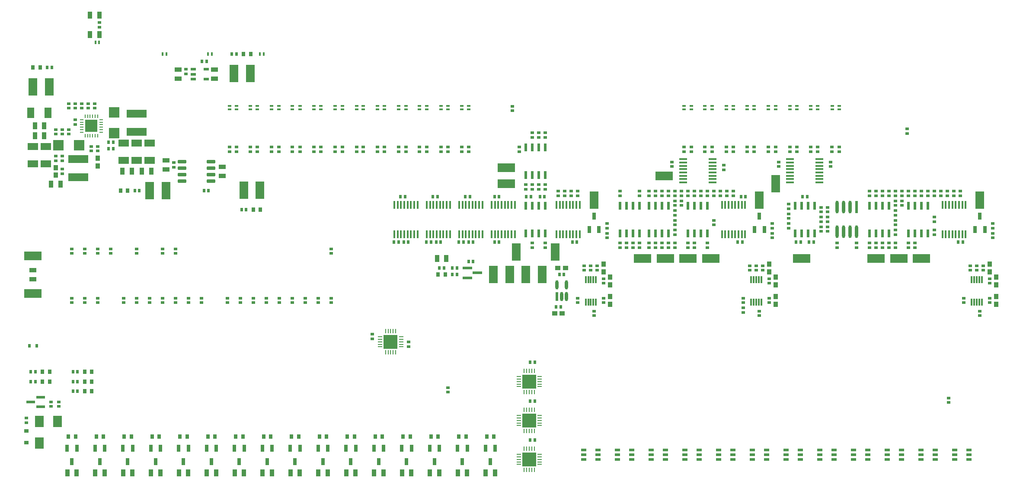
<source format=gtp>
G04*
G04 #@! TF.GenerationSoftware,Altium Limited,Altium Designer,22.10.1 (41)*
G04*
G04 Layer_Color=8421504*
%FSLAX25Y25*%
%MOIN*%
G70*
G04*
G04 #@! TF.SameCoordinates,B22AEA06-AE45-4BA8-881C-222E2ACC086B*
G04*
G04*
G04 #@! TF.FilePolarity,Positive*
G04*
G01*
G75*
%ADD21R,0.02559X0.02165*%
%ADD22R,0.02165X0.02559*%
%ADD23R,0.02362X0.03150*%
%ADD24R,0.02362X0.06102*%
%ADD25R,0.13386X0.07087*%
%ADD26R,0.07087X0.13386*%
%ADD27R,0.05315X0.03543*%
%ADD28R,0.02756X0.01575*%
%ADD29R,0.01575X0.02756*%
%ADD30R,0.03543X0.05315*%
%ADD31R,0.08268X0.05315*%
%ADD32R,0.03740X0.03937*%
%ADD33R,0.07874X0.07874*%
%ADD34R,0.03150X0.05512*%
%ADD35R,0.03268X0.02756*%
%ADD36R,0.15748X0.05906*%
%ADD37R,0.06693X0.08858*%
%ADD38R,0.02953X0.03543*%
%ADD39R,0.04331X0.02362*%
%ADD40R,0.00984X0.02756*%
%ADD41R,0.02756X0.00984*%
%ADD42R,0.09646X0.09646*%
%ADD43R,0.02410X0.07107*%
G04:AMPARAMS|DCode=44|XSize=71.07mil|YSize=24.1mil|CornerRadius=12.05mil|HoleSize=0mil|Usage=FLASHONLY|Rotation=90.000|XOffset=0mil|YOffset=0mil|HoleType=Round|Shape=RoundedRectangle|*
%AMROUNDEDRECTD44*
21,1,0.07107,0.00000,0,0,90.0*
21,1,0.04697,0.02410,0,0,90.0*
1,1,0.02410,0.00000,0.02349*
1,1,0.02410,0.00000,-0.02349*
1,1,0.02410,0.00000,-0.02349*
1,1,0.02410,0.00000,0.02349*
%
%ADD44ROUNDEDRECTD44*%
%ADD45R,0.07480X0.02362*%
G04:AMPARAMS|DCode=46|XSize=25.59mil|YSize=64.96mil|CornerRadius=1.92mil|HoleSize=0mil|Usage=FLASHONLY|Rotation=270.000|XOffset=0mil|YOffset=0mil|HoleType=Round|Shape=RoundedRectangle|*
%AMROUNDEDRECTD46*
21,1,0.02559,0.06112,0,0,270.0*
21,1,0.02175,0.06496,0,0,270.0*
1,1,0.00384,-0.03056,-0.01088*
1,1,0.00384,-0.03056,0.01088*
1,1,0.00384,0.03056,0.01088*
1,1,0.00384,0.03056,-0.01088*
%
%ADD46ROUNDEDRECTD46*%
%ADD47R,0.07087X0.02362*%
%ADD48O,0.03543X0.00984*%
%ADD49O,0.00984X0.03543*%
%ADD50R,0.11024X0.11024*%
G04:AMPARAMS|DCode=51|XSize=97.21mil|YSize=24.49mil|CornerRadius=12.25mil|HoleSize=0mil|Usage=FLASHONLY|Rotation=270.000|XOffset=0mil|YOffset=0mil|HoleType=Round|Shape=RoundedRectangle|*
%AMROUNDEDRECTD51*
21,1,0.09721,0.00000,0,0,270.0*
21,1,0.07272,0.02449,0,0,270.0*
1,1,0.02449,0.00000,-0.03636*
1,1,0.02449,0.00000,0.03636*
1,1,0.02449,0.00000,0.03636*
1,1,0.02449,0.00000,-0.03636*
%
%ADD51ROUNDEDRECTD51*%
%ADD52R,0.02449X0.09721*%
%ADD53R,0.01575X0.05906*%
%ADD54R,0.01181X0.05512*%
%ADD55R,0.11024X0.11024*%
%ADD56R,0.07874X0.07874*%
%ADD57R,0.05315X0.08268*%
%ADD58R,0.03937X0.03740*%
%ADD59R,0.05906X0.01575*%
D21*
X42500Y334250D02*
D03*
Y330750D02*
D03*
X405000Y320750D02*
D03*
Y324250D02*
D03*
X400000D02*
D03*
Y320750D02*
D03*
X395000D02*
D03*
Y324250D02*
D03*
Y284250D02*
D03*
Y280750D02*
D03*
X400000D02*
D03*
Y284250D02*
D03*
X405000Y280750D02*
D03*
Y284250D02*
D03*
X385000Y313250D02*
D03*
Y309750D02*
D03*
X390000Y284250D02*
D03*
Y280750D02*
D03*
X395000Y235750D02*
D03*
Y239250D02*
D03*
X405000D02*
D03*
Y235750D02*
D03*
X462500Y239250D02*
D03*
Y235750D02*
D03*
X472500Y239250D02*
D03*
Y235750D02*
D03*
X467500D02*
D03*
Y239250D02*
D03*
X330000Y127750D02*
D03*
Y124250D02*
D03*
X716000Y119750D02*
D03*
Y116250D02*
D03*
X684000Y327250D02*
D03*
Y323750D02*
D03*
X379500Y341250D02*
D03*
Y344750D02*
D03*
X90000Y231250D02*
D03*
Y234750D02*
D03*
X240000Y231250D02*
D03*
Y234750D02*
D03*
X631500Y313250D02*
D03*
Y309750D02*
D03*
X161500Y313250D02*
D03*
Y309750D02*
D03*
X167000Y313250D02*
D03*
Y309750D02*
D03*
X177500Y313250D02*
D03*
Y309750D02*
D03*
X183000Y313250D02*
D03*
Y309750D02*
D03*
X194000Y313250D02*
D03*
Y309750D02*
D03*
X199500Y313250D02*
D03*
Y309750D02*
D03*
X210000Y313250D02*
D03*
Y309750D02*
D03*
X216000Y313250D02*
D03*
Y309750D02*
D03*
X226500Y313250D02*
D03*
Y309750D02*
D03*
X232000Y313250D02*
D03*
Y309750D02*
D03*
X243000Y313250D02*
D03*
Y309750D02*
D03*
X248500Y313250D02*
D03*
Y309750D02*
D03*
X259500Y313250D02*
D03*
Y309750D02*
D03*
X264500Y313250D02*
D03*
Y309750D02*
D03*
X275500Y313250D02*
D03*
Y309750D02*
D03*
X281000Y313250D02*
D03*
Y309750D02*
D03*
X292000Y313250D02*
D03*
Y309750D02*
D03*
X297500Y313250D02*
D03*
Y309750D02*
D03*
X308000Y313250D02*
D03*
Y309750D02*
D03*
X313598Y313250D02*
D03*
Y309750D02*
D03*
X324500Y313250D02*
D03*
Y309750D02*
D03*
X330000Y313250D02*
D03*
Y309750D02*
D03*
X340500Y313250D02*
D03*
Y309750D02*
D03*
X346000Y313250D02*
D03*
Y309750D02*
D03*
X512000Y313250D02*
D03*
Y309750D02*
D03*
X517500Y313250D02*
D03*
Y309750D02*
D03*
X528000Y313250D02*
D03*
Y309750D02*
D03*
X533500Y313250D02*
D03*
Y309750D02*
D03*
X544500Y313250D02*
D03*
Y309750D02*
D03*
X550000Y313250D02*
D03*
Y309750D02*
D03*
X560500Y313250D02*
D03*
Y309750D02*
D03*
X566000Y313250D02*
D03*
Y309750D02*
D03*
X582500Y313250D02*
D03*
Y309750D02*
D03*
X599000Y313250D02*
D03*
Y309750D02*
D03*
X615000Y313250D02*
D03*
Y309750D02*
D03*
X577000Y313250D02*
D03*
Y309750D02*
D03*
X593500Y313250D02*
D03*
Y309750D02*
D03*
X609500Y313250D02*
D03*
Y309750D02*
D03*
X626000Y313250D02*
D03*
Y309750D02*
D03*
X485000Y239250D02*
D03*
Y235750D02*
D03*
X61043Y405750D02*
D03*
Y409250D02*
D03*
X445000Y221750D02*
D03*
Y218250D02*
D03*
X630000Y235750D02*
D03*
Y239250D02*
D03*
X645000Y235750D02*
D03*
Y239250D02*
D03*
X452500Y246750D02*
D03*
Y243250D02*
D03*
X440000Y221750D02*
D03*
Y218250D02*
D03*
X435000Y221750D02*
D03*
Y218250D02*
D03*
X452500Y250750D02*
D03*
Y254250D02*
D03*
X420000Y275750D02*
D03*
Y279250D02*
D03*
X415000Y275750D02*
D03*
Y279250D02*
D03*
X425000Y275750D02*
D03*
Y279250D02*
D03*
X430000D02*
D03*
Y275750D02*
D03*
X622500Y266750D02*
D03*
Y263250D02*
D03*
X617500Y266750D02*
D03*
Y263250D02*
D03*
Y259250D02*
D03*
Y255750D02*
D03*
Y251750D02*
D03*
Y248250D02*
D03*
X622500D02*
D03*
Y251750D02*
D03*
X592500Y254250D02*
D03*
Y250750D02*
D03*
Y258250D02*
D03*
Y261750D02*
D03*
X299665Y162915D02*
D03*
Y159415D02*
D03*
X271665Y168915D02*
D03*
Y165415D02*
D03*
X42500Y346750D02*
D03*
Y343250D02*
D03*
X47500Y346750D02*
D03*
Y343250D02*
D03*
X52500D02*
D03*
Y346750D02*
D03*
X32500Y306337D02*
D03*
Y302837D02*
D03*
X27500Y306337D02*
D03*
Y302837D02*
D03*
Y326750D02*
D03*
Y323250D02*
D03*
X32500D02*
D03*
Y326750D02*
D03*
Y292837D02*
D03*
Y296337D02*
D03*
X37500Y326750D02*
D03*
Y323250D02*
D03*
X60000Y310337D02*
D03*
Y313837D02*
D03*
X55000D02*
D03*
Y310337D02*
D03*
X57500Y346750D02*
D03*
Y343250D02*
D03*
X37500D02*
D03*
Y346750D02*
D03*
X118500Y297837D02*
D03*
Y301337D02*
D03*
X128000Y373250D02*
D03*
Y369750D02*
D03*
X40000Y193250D02*
D03*
Y196750D02*
D03*
Y231250D02*
D03*
Y234750D02*
D03*
X50000Y193250D02*
D03*
Y196750D02*
D03*
Y231250D02*
D03*
Y234750D02*
D03*
X60000Y231250D02*
D03*
Y234750D02*
D03*
X70000Y231250D02*
D03*
Y234750D02*
D03*
X5000Y104250D02*
D03*
Y100750D02*
D03*
X100000Y193250D02*
D03*
Y196750D02*
D03*
X110000Y193250D02*
D03*
Y196750D02*
D03*
Y231250D02*
D03*
Y234750D02*
D03*
X120000Y193250D02*
D03*
Y196750D02*
D03*
Y231250D02*
D03*
Y234750D02*
D03*
X130000Y193250D02*
D03*
Y196750D02*
D03*
X140000Y193250D02*
D03*
Y196750D02*
D03*
X160000Y193250D02*
D03*
Y196750D02*
D03*
X170000Y193250D02*
D03*
Y196750D02*
D03*
X180000Y193250D02*
D03*
Y196750D02*
D03*
X190000Y193250D02*
D03*
Y196750D02*
D03*
X200000Y193250D02*
D03*
Y196750D02*
D03*
X210000Y193250D02*
D03*
Y196750D02*
D03*
X220000Y193250D02*
D03*
Y196750D02*
D03*
X230000Y193250D02*
D03*
Y196750D02*
D03*
X240000Y193250D02*
D03*
Y196750D02*
D03*
X90000D02*
D03*
Y193250D02*
D03*
X80000Y196750D02*
D03*
Y193250D02*
D03*
X30000Y116750D02*
D03*
Y113250D02*
D03*
X60000Y193250D02*
D03*
Y196750D02*
D03*
X24000Y113250D02*
D03*
Y116750D02*
D03*
X542500Y295750D02*
D03*
Y299250D02*
D03*
X535000Y279250D02*
D03*
Y275750D02*
D03*
X505000D02*
D03*
Y279250D02*
D03*
Y253250D02*
D03*
Y256750D02*
D03*
X500000Y235750D02*
D03*
Y239250D02*
D03*
X505000Y235750D02*
D03*
Y239250D02*
D03*
Y268250D02*
D03*
Y271750D02*
D03*
Y260750D02*
D03*
Y264250D02*
D03*
X515000Y279250D02*
D03*
Y275750D02*
D03*
X510000Y279250D02*
D03*
Y275750D02*
D03*
X502500Y298250D02*
D03*
Y301750D02*
D03*
X495000Y239250D02*
D03*
Y235750D02*
D03*
X500000Y275750D02*
D03*
Y279250D02*
D03*
X477500D02*
D03*
Y275750D02*
D03*
X520000D02*
D03*
Y279250D02*
D03*
X490000Y239250D02*
D03*
Y235750D02*
D03*
X530000Y279250D02*
D03*
Y275750D02*
D03*
X525000D02*
D03*
Y279250D02*
D03*
X490000D02*
D03*
Y275750D02*
D03*
X495000D02*
D03*
Y279250D02*
D03*
X530000Y239250D02*
D03*
Y235750D02*
D03*
X485000Y275750D02*
D03*
Y279250D02*
D03*
X477500Y239250D02*
D03*
Y235750D02*
D03*
X580000Y243250D02*
D03*
Y246750D02*
D03*
Y254250D02*
D03*
Y250750D02*
D03*
X510000Y268250D02*
D03*
Y271750D02*
D03*
X505000Y249250D02*
D03*
Y245750D02*
D03*
X462500Y279250D02*
D03*
Y275750D02*
D03*
X515000Y239250D02*
D03*
Y235750D02*
D03*
X535000Y256750D02*
D03*
Y253250D02*
D03*
X562500Y218250D02*
D03*
Y221750D02*
D03*
X520000Y235750D02*
D03*
Y239250D02*
D03*
X567500Y218250D02*
D03*
Y221750D02*
D03*
X550000Y279250D02*
D03*
Y275750D02*
D03*
X545000Y279250D02*
D03*
Y275750D02*
D03*
X540000Y279250D02*
D03*
Y275750D02*
D03*
X625000Y298250D02*
D03*
Y301750D02*
D03*
X622500Y259250D02*
D03*
Y255750D02*
D03*
X585000Y298250D02*
D03*
Y301750D02*
D03*
X592500Y265750D02*
D03*
Y269250D02*
D03*
X675000Y253250D02*
D03*
Y256750D02*
D03*
Y275750D02*
D03*
Y279250D02*
D03*
X705000D02*
D03*
Y275750D02*
D03*
X675000Y235750D02*
D03*
Y239250D02*
D03*
X670000Y235750D02*
D03*
Y239250D02*
D03*
X675000Y260750D02*
D03*
Y264250D02*
D03*
Y268250D02*
D03*
Y271750D02*
D03*
X680000Y279250D02*
D03*
Y275750D02*
D03*
X685000D02*
D03*
Y279250D02*
D03*
X665000Y239250D02*
D03*
Y235750D02*
D03*
X670000Y275750D02*
D03*
Y279250D02*
D03*
X690000Y275750D02*
D03*
Y279250D02*
D03*
X660000Y239250D02*
D03*
Y235750D02*
D03*
X655000D02*
D03*
Y239250D02*
D03*
X665000Y275750D02*
D03*
Y279250D02*
D03*
X660000D02*
D03*
Y275750D02*
D03*
X695000D02*
D03*
Y279250D02*
D03*
X700000D02*
D03*
Y275750D02*
D03*
X750000Y254250D02*
D03*
Y250750D02*
D03*
Y243250D02*
D03*
Y246750D02*
D03*
X685000Y239250D02*
D03*
Y235750D02*
D03*
X705000Y255750D02*
D03*
Y259250D02*
D03*
Y245750D02*
D03*
Y249250D02*
D03*
X655000Y275750D02*
D03*
Y279250D02*
D03*
X732500Y218250D02*
D03*
Y221750D02*
D03*
X690000Y235750D02*
D03*
Y239250D02*
D03*
X737500Y218250D02*
D03*
Y221750D02*
D03*
X680000Y268250D02*
D03*
Y271750D02*
D03*
X675000Y249250D02*
D03*
Y245750D02*
D03*
X720000Y279250D02*
D03*
Y275750D02*
D03*
X715000Y279250D02*
D03*
Y275750D02*
D03*
X710000Y279250D02*
D03*
Y275750D02*
D03*
X725000D02*
D03*
Y279250D02*
D03*
X557500Y185750D02*
D03*
Y189250D02*
D03*
Y196750D02*
D03*
Y193250D02*
D03*
X577500D02*
D03*
Y196750D02*
D03*
Y211750D02*
D03*
Y208250D02*
D03*
X572500Y218250D02*
D03*
Y221750D02*
D03*
X570000Y186750D02*
D03*
Y183250D02*
D03*
X727500Y193250D02*
D03*
Y196750D02*
D03*
X747500Y193250D02*
D03*
Y196750D02*
D03*
Y211750D02*
D03*
Y208250D02*
D03*
X742500Y218250D02*
D03*
Y221750D02*
D03*
X740000Y186750D02*
D03*
Y183250D02*
D03*
X442500Y186750D02*
D03*
Y183250D02*
D03*
X430000Y193250D02*
D03*
Y196750D02*
D03*
X450000Y193250D02*
D03*
Y196750D02*
D03*
Y211750D02*
D03*
Y208250D02*
D03*
D22*
X341750Y240000D02*
D03*
X338250D02*
D03*
X316750D02*
D03*
X313250D02*
D03*
X291750D02*
D03*
X288250D02*
D03*
X404250Y275000D02*
D03*
X400750D02*
D03*
X393750D02*
D03*
X390250D02*
D03*
X92006Y279587D02*
D03*
X88506D02*
D03*
X349250Y225000D02*
D03*
X345750D02*
D03*
X336750Y215000D02*
D03*
X333250D02*
D03*
X336750Y220000D02*
D03*
X333250D02*
D03*
X323250D02*
D03*
X326750D02*
D03*
X21006Y374587D02*
D03*
X24506D02*
D03*
X318250Y275000D02*
D03*
X321750D02*
D03*
X299250Y240000D02*
D03*
X295750D02*
D03*
X324250D02*
D03*
X320750D02*
D03*
X293250Y275000D02*
D03*
X296750D02*
D03*
X343250D02*
D03*
X346750D02*
D03*
X349250Y240000D02*
D03*
X345750D02*
D03*
X429250D02*
D03*
X425750D02*
D03*
X365750Y275000D02*
D03*
X369250D02*
D03*
X365750Y240000D02*
D03*
X369250D02*
D03*
X393250Y117500D02*
D03*
X396750D02*
D03*
X393250Y147500D02*
D03*
X396750D02*
D03*
X393250Y87500D02*
D03*
X396750D02*
D03*
X415750Y215000D02*
D03*
X419250D02*
D03*
X413250Y190000D02*
D03*
X416750D02*
D03*
X68250Y317087D02*
D03*
X71750D02*
D03*
X68250Y312087D02*
D03*
X71750D02*
D03*
X145250Y279587D02*
D03*
X141750D02*
D03*
X143750Y379500D02*
D03*
X140250D02*
D03*
X11750Y132500D02*
D03*
X8250D02*
D03*
X11750Y140000D02*
D03*
X8250D02*
D03*
X174250Y265000D02*
D03*
X170750D02*
D03*
X166750Y385000D02*
D03*
X163250D02*
D03*
X44250Y140000D02*
D03*
X40750D02*
D03*
X44250Y132500D02*
D03*
X40750D02*
D03*
X44250Y125000D02*
D03*
X40750D02*
D03*
X553250Y240000D02*
D03*
X556750D02*
D03*
X555750Y275000D02*
D03*
X559250D02*
D03*
X603250D02*
D03*
X606750D02*
D03*
X598250Y240000D02*
D03*
X601750D02*
D03*
X608250D02*
D03*
X611750D02*
D03*
X723250D02*
D03*
X726750D02*
D03*
D23*
X12756Y160000D02*
D03*
X7244D02*
D03*
D24*
X390000Y291870D02*
D03*
X395000D02*
D03*
X400000D02*
D03*
X405000D02*
D03*
Y313130D02*
D03*
X400000D02*
D03*
X395000D02*
D03*
X390000D02*
D03*
X405000Y246870D02*
D03*
X400000D02*
D03*
X395000D02*
D03*
X390000D02*
D03*
Y268130D02*
D03*
X395000D02*
D03*
X400000D02*
D03*
X405000D02*
D03*
X530000Y246870D02*
D03*
X525000D02*
D03*
X520000D02*
D03*
X515000D02*
D03*
Y268130D02*
D03*
X520000D02*
D03*
X525000D02*
D03*
X530000D02*
D03*
X485000D02*
D03*
X490000D02*
D03*
X495000D02*
D03*
X500000D02*
D03*
Y246870D02*
D03*
X495000D02*
D03*
X490000D02*
D03*
X485000D02*
D03*
X477500D02*
D03*
X472500D02*
D03*
X467500D02*
D03*
X462500D02*
D03*
Y268130D02*
D03*
X467500D02*
D03*
X472500D02*
D03*
X477500D02*
D03*
X597500D02*
D03*
X602500D02*
D03*
X607500D02*
D03*
X612500D02*
D03*
Y246870D02*
D03*
X607500D02*
D03*
X602500D02*
D03*
X597500D02*
D03*
X700000D02*
D03*
X695000D02*
D03*
X690000D02*
D03*
X685000D02*
D03*
Y268130D02*
D03*
X690000D02*
D03*
X695000D02*
D03*
X700000D02*
D03*
X655000D02*
D03*
X660000D02*
D03*
X665000D02*
D03*
X670000D02*
D03*
Y246870D02*
D03*
X665000D02*
D03*
X660000D02*
D03*
X655000D02*
D03*
D25*
X375000Y285000D02*
D03*
X497500Y227500D02*
D03*
X375000Y297500D02*
D03*
X602500Y227500D02*
D03*
X496500Y291000D02*
D03*
X10000Y229500D02*
D03*
Y200457D02*
D03*
X515000Y227500D02*
D03*
X480000D02*
D03*
X532500D02*
D03*
X660000D02*
D03*
X677500D02*
D03*
X695000D02*
D03*
D26*
X582500Y285000D02*
D03*
X412500Y232500D02*
D03*
X382500D02*
D03*
X442500Y272500D02*
D03*
X100000Y279587D02*
D03*
X22500Y359587D02*
D03*
X112500Y279587D02*
D03*
X10000Y359587D02*
D03*
X172500Y280000D02*
D03*
X165000Y370000D02*
D03*
X185000Y280000D02*
D03*
X177500Y370000D02*
D03*
X402500Y215000D02*
D03*
X365000D02*
D03*
X390000D02*
D03*
X377500D02*
D03*
X570000Y272500D02*
D03*
X740000D02*
D03*
D27*
X10000Y218543D02*
D03*
Y211457D02*
D03*
X150000Y373043D02*
D03*
Y365957D02*
D03*
X156000Y298130D02*
D03*
Y291043D02*
D03*
X112500Y303130D02*
D03*
Y296043D02*
D03*
X122000Y365957D02*
D03*
Y373043D02*
D03*
D28*
X544402Y345000D02*
D03*
Y342244D02*
D03*
X565902Y345000D02*
D03*
Y342244D02*
D03*
X549902Y345000D02*
D03*
Y342244D02*
D03*
X560402Y345000D02*
D03*
Y342244D02*
D03*
X576902Y345000D02*
D03*
Y342244D02*
D03*
X609402Y345000D02*
D03*
Y342244D02*
D03*
X582402Y345000D02*
D03*
Y342244D02*
D03*
X614902Y345000D02*
D03*
Y342244D02*
D03*
X593402Y345000D02*
D03*
Y342244D02*
D03*
X626098Y345000D02*
D03*
Y342244D02*
D03*
X598902Y345000D02*
D03*
Y342244D02*
D03*
X631402Y345000D02*
D03*
Y342244D02*
D03*
X517402Y345000D02*
D03*
Y342244D02*
D03*
X527902Y345000D02*
D03*
Y342244D02*
D03*
X511902Y345000D02*
D03*
Y342244D02*
D03*
X533402Y345000D02*
D03*
Y342244D02*
D03*
X182902Y345000D02*
D03*
Y342244D02*
D03*
X166902Y345000D02*
D03*
Y342244D02*
D03*
X177402Y345000D02*
D03*
Y342244D02*
D03*
X280902Y345000D02*
D03*
Y342244D02*
D03*
X264402Y345000D02*
D03*
Y342244D02*
D03*
X275402Y345000D02*
D03*
Y342244D02*
D03*
X248402Y345000D02*
D03*
Y342244D02*
D03*
X259402Y345000D02*
D03*
Y342244D02*
D03*
X242902Y345000D02*
D03*
Y342244D02*
D03*
X231902Y345000D02*
D03*
Y342244D02*
D03*
X329902Y345000D02*
D03*
Y342244D02*
D03*
X340402Y345000D02*
D03*
Y342244D02*
D03*
X324402Y345000D02*
D03*
Y342244D02*
D03*
X345902Y345000D02*
D03*
Y342244D02*
D03*
X313500Y345000D02*
D03*
Y342244D02*
D03*
X307902Y345000D02*
D03*
Y342244D02*
D03*
X297402Y345000D02*
D03*
Y342244D02*
D03*
X291902Y345000D02*
D03*
Y342244D02*
D03*
X209902Y345000D02*
D03*
Y342244D02*
D03*
X199402Y345000D02*
D03*
Y342244D02*
D03*
X215902Y345000D02*
D03*
Y342244D02*
D03*
X226402Y345000D02*
D03*
Y342244D02*
D03*
X193902Y345000D02*
D03*
Y342244D02*
D03*
X161402Y345000D02*
D03*
Y342244D02*
D03*
D29*
X58244Y394000D02*
D03*
X61000D02*
D03*
X110000Y385000D02*
D03*
X112756D02*
D03*
X185000D02*
D03*
X187756D02*
D03*
X145000D02*
D03*
X147756D02*
D03*
D30*
X53957Y415000D02*
D03*
X61043D02*
D03*
X53957Y400000D02*
D03*
X61043D02*
D03*
X11457Y322087D02*
D03*
X18543D02*
D03*
X57957Y62000D02*
D03*
X65043D02*
D03*
X79457D02*
D03*
X86543D02*
D03*
X100957D02*
D03*
X108043D02*
D03*
X122457D02*
D03*
X129543D02*
D03*
X143957D02*
D03*
X151043D02*
D03*
X165457D02*
D03*
X172543D02*
D03*
X186957D02*
D03*
X194043D02*
D03*
X208457D02*
D03*
X215543D02*
D03*
X229957D02*
D03*
X237043D02*
D03*
X251457D02*
D03*
X258543D02*
D03*
X272957D02*
D03*
X280043D02*
D03*
X294457D02*
D03*
X301543D02*
D03*
X315957D02*
D03*
X323043D02*
D03*
X337457D02*
D03*
X344543D02*
D03*
X358957D02*
D03*
X366043D02*
D03*
X328543Y227500D02*
D03*
X321457D02*
D03*
X18543Y329587D02*
D03*
X11457D02*
D03*
X23957Y284587D02*
D03*
X31043D02*
D03*
X93957Y294587D02*
D03*
X101043D02*
D03*
X86043D02*
D03*
X78957D02*
D03*
X43543Y62000D02*
D03*
X36457D02*
D03*
D31*
X100000Y302894D02*
D03*
Y316280D02*
D03*
X80000D02*
D03*
Y302894D02*
D03*
X10000Y300394D02*
D03*
Y313779D02*
D03*
X20000Y300394D02*
D03*
Y313779D02*
D03*
X90000Y316280D02*
D03*
Y302894D02*
D03*
D32*
X450000Y222953D02*
D03*
Y217047D02*
D03*
X27500Y291634D02*
D03*
Y297539D02*
D03*
X60000Y298681D02*
D03*
Y304587D02*
D03*
X582500Y192047D02*
D03*
Y197953D02*
D03*
Y212953D02*
D03*
Y207047D02*
D03*
X577500Y217047D02*
D03*
Y222953D02*
D03*
X752500Y192047D02*
D03*
Y197953D02*
D03*
Y212953D02*
D03*
Y207047D02*
D03*
X747500Y217047D02*
D03*
Y222953D02*
D03*
X455000Y192047D02*
D03*
Y197953D02*
D03*
Y212953D02*
D03*
Y207047D02*
D03*
D33*
X72500Y339961D02*
D03*
Y324213D02*
D03*
D34*
X442500Y260118D02*
D03*
X446240Y249882D02*
D03*
X438760D02*
D03*
X65240Y81118D02*
D03*
X57760D02*
D03*
X61500Y70882D02*
D03*
X86740Y81118D02*
D03*
X79260D02*
D03*
X83000Y70882D02*
D03*
X108240Y81118D02*
D03*
X100760D02*
D03*
X104500Y70882D02*
D03*
X129740Y81118D02*
D03*
X122260D02*
D03*
X126000Y70882D02*
D03*
X151240Y81118D02*
D03*
X143760D02*
D03*
X147500Y70882D02*
D03*
X172740Y81118D02*
D03*
X165260D02*
D03*
X169000Y70882D02*
D03*
X194240Y81118D02*
D03*
X186760D02*
D03*
X190500Y70882D02*
D03*
X215740Y81118D02*
D03*
X208260D02*
D03*
X212000Y70882D02*
D03*
X237240Y81118D02*
D03*
X229760D02*
D03*
X233500Y70882D02*
D03*
X258740Y81118D02*
D03*
X251260D02*
D03*
X255000Y70882D02*
D03*
X280240Y81118D02*
D03*
X272760D02*
D03*
X276500Y70882D02*
D03*
X301740Y81118D02*
D03*
X294260D02*
D03*
X298000Y70882D02*
D03*
X323240Y81118D02*
D03*
X315760D02*
D03*
X319500Y70882D02*
D03*
X344740Y81118D02*
D03*
X337260D02*
D03*
X341000Y70882D02*
D03*
X366240Y81118D02*
D03*
X358760D02*
D03*
X362500Y70882D02*
D03*
X40000D02*
D03*
X36260Y81118D02*
D03*
X43740D02*
D03*
X570000Y260118D02*
D03*
X573740Y249882D02*
D03*
X566260D02*
D03*
X740000Y260118D02*
D03*
X743740Y249882D02*
D03*
X736260D02*
D03*
D35*
X5000Y94528D02*
D03*
Y85472D02*
D03*
D36*
X90000Y339173D02*
D03*
Y325000D02*
D03*
X45000Y290000D02*
D03*
Y304173D02*
D03*
D37*
X15000Y101732D02*
D03*
Y85000D02*
D03*
X28780Y101732D02*
D03*
D38*
X338244Y90000D02*
D03*
X343756D02*
D03*
X77500Y279587D02*
D03*
X83012D02*
D03*
X64256Y90000D02*
D03*
X58744D02*
D03*
X85756D02*
D03*
X80244D02*
D03*
X107256D02*
D03*
X101744D02*
D03*
X128756D02*
D03*
X123244D02*
D03*
X150256D02*
D03*
X144744D02*
D03*
X171756D02*
D03*
X166244D02*
D03*
X193256D02*
D03*
X187744D02*
D03*
X214756D02*
D03*
X209244D02*
D03*
X236256D02*
D03*
X230744D02*
D03*
X257756D02*
D03*
X252244D02*
D03*
X279256D02*
D03*
X273744D02*
D03*
X300756D02*
D03*
X295244D02*
D03*
X322256D02*
D03*
X316744D02*
D03*
X365256D02*
D03*
X359744D02*
D03*
X327756Y215000D02*
D03*
X322244D02*
D03*
X10000Y374587D02*
D03*
X15512D02*
D03*
X37244Y90000D02*
D03*
X42756D02*
D03*
X22756Y132500D02*
D03*
X17244D02*
D03*
X22756Y140000D02*
D03*
X17244D02*
D03*
X177756Y385000D02*
D03*
X172244D02*
D03*
X179744Y265000D02*
D03*
X185256D02*
D03*
X55256Y140000D02*
D03*
X49744D02*
D03*
X55256Y132500D02*
D03*
X49744D02*
D03*
X55256Y125000D02*
D03*
X49744D02*
D03*
D39*
X720489Y79741D02*
D03*
Y76000D02*
D03*
Y72260D02*
D03*
X731512D02*
D03*
Y76000D02*
D03*
Y79741D02*
D03*
X133382Y373240D02*
D03*
Y369500D02*
D03*
Y365760D02*
D03*
X143618D02*
D03*
Y373240D02*
D03*
X679512Y79741D02*
D03*
Y76000D02*
D03*
Y72260D02*
D03*
X668489D02*
D03*
Y76000D02*
D03*
Y79741D02*
D03*
X601512D02*
D03*
Y76000D02*
D03*
Y72260D02*
D03*
X590488D02*
D03*
Y76000D02*
D03*
Y79741D02*
D03*
X523512D02*
D03*
Y76000D02*
D03*
Y72260D02*
D03*
X512489D02*
D03*
Y76000D02*
D03*
Y79741D02*
D03*
X445512D02*
D03*
Y76000D02*
D03*
Y72260D02*
D03*
X434488D02*
D03*
Y76000D02*
D03*
Y79741D02*
D03*
X705512D02*
D03*
Y76000D02*
D03*
Y72260D02*
D03*
X694488D02*
D03*
Y76000D02*
D03*
Y79741D02*
D03*
X627512D02*
D03*
Y76000D02*
D03*
Y72260D02*
D03*
X616489D02*
D03*
Y76000D02*
D03*
Y79741D02*
D03*
X549512D02*
D03*
Y76000D02*
D03*
Y72260D02*
D03*
X538488D02*
D03*
Y76000D02*
D03*
Y79741D02*
D03*
X471512D02*
D03*
Y76000D02*
D03*
Y72260D02*
D03*
X460489D02*
D03*
Y76000D02*
D03*
Y79741D02*
D03*
X653512D02*
D03*
Y76000D02*
D03*
Y72260D02*
D03*
X642488D02*
D03*
Y76000D02*
D03*
Y79741D02*
D03*
X575512D02*
D03*
Y76000D02*
D03*
Y72260D02*
D03*
X564489D02*
D03*
Y76000D02*
D03*
Y79741D02*
D03*
X497512D02*
D03*
Y76000D02*
D03*
Y72260D02*
D03*
X486488D02*
D03*
Y76000D02*
D03*
Y79741D02*
D03*
D40*
X50079Y322106D02*
D03*
X52047D02*
D03*
X54016D02*
D03*
X55984D02*
D03*
X57953D02*
D03*
X59921D02*
D03*
Y337067D02*
D03*
X57953D02*
D03*
X55984D02*
D03*
X54016D02*
D03*
X52047D02*
D03*
X50079D02*
D03*
D41*
X62480Y324764D02*
D03*
Y326693D02*
D03*
Y328622D02*
D03*
Y330551D02*
D03*
Y332480D02*
D03*
Y334409D02*
D03*
X47520D02*
D03*
Y332480D02*
D03*
Y330551D02*
D03*
Y328622D02*
D03*
Y326693D02*
D03*
Y324764D02*
D03*
D42*
X55000Y329587D02*
D03*
D43*
X413760Y197970D02*
D03*
D44*
X417500D02*
D03*
X421240D02*
D03*
Y207030D02*
D03*
X413760D02*
D03*
D45*
X352559Y216220D02*
D03*
X345000Y212441D02*
D03*
Y220000D02*
D03*
D46*
X147122Y287087D02*
D03*
Y292087D02*
D03*
Y297087D02*
D03*
Y302087D02*
D03*
X124878Y287087D02*
D03*
Y292087D02*
D03*
Y297087D02*
D03*
Y302087D02*
D03*
D47*
X8126Y116740D02*
D03*
X16000Y120480D02*
D03*
Y113000D02*
D03*
D48*
X384429Y136437D02*
D03*
Y134468D02*
D03*
Y132500D02*
D03*
Y130532D02*
D03*
Y128563D02*
D03*
X400571D02*
D03*
Y130532D02*
D03*
Y132500D02*
D03*
Y134468D02*
D03*
Y136437D02*
D03*
X293736Y167102D02*
D03*
Y165134D02*
D03*
Y163165D02*
D03*
Y161197D02*
D03*
Y159228D02*
D03*
X277594D02*
D03*
Y161197D02*
D03*
Y163165D02*
D03*
Y165134D02*
D03*
Y167102D02*
D03*
X400571Y76437D02*
D03*
Y74468D02*
D03*
Y72500D02*
D03*
Y70531D02*
D03*
Y68563D02*
D03*
X384429D02*
D03*
Y70531D02*
D03*
Y72500D02*
D03*
Y74468D02*
D03*
Y76437D02*
D03*
X400571Y106437D02*
D03*
Y104469D02*
D03*
Y102500D02*
D03*
Y100531D02*
D03*
Y98563D02*
D03*
X384429D02*
D03*
Y100531D02*
D03*
Y102500D02*
D03*
Y104469D02*
D03*
Y106437D02*
D03*
D49*
X388563Y124429D02*
D03*
X390531D02*
D03*
X392500D02*
D03*
X394468D02*
D03*
X396437D02*
D03*
Y140571D02*
D03*
X394468D02*
D03*
X392500D02*
D03*
X390531D02*
D03*
X388563D02*
D03*
X289602Y155095D02*
D03*
X287634D02*
D03*
X285665D02*
D03*
X283697D02*
D03*
X281728D02*
D03*
Y171236D02*
D03*
X283697D02*
D03*
X285665D02*
D03*
X287634D02*
D03*
X289602D02*
D03*
X388563Y80571D02*
D03*
X390531D02*
D03*
X392500D02*
D03*
X394468D02*
D03*
X396437D02*
D03*
Y64429D02*
D03*
X394468D02*
D03*
X392500D02*
D03*
X390531D02*
D03*
X388563D02*
D03*
X388563Y110571D02*
D03*
X390531D02*
D03*
X392500D02*
D03*
X394468D02*
D03*
X396437D02*
D03*
Y94429D02*
D03*
X394468D02*
D03*
X392500D02*
D03*
X390531D02*
D03*
X388563D02*
D03*
D50*
X392500Y132500D02*
D03*
Y72500D02*
D03*
X392500Y102500D02*
D03*
D51*
X645000Y247998D02*
D03*
X640000D02*
D03*
X635000D02*
D03*
X630000D02*
D03*
Y267002D02*
D03*
X635000D02*
D03*
X640000D02*
D03*
D52*
X645000D02*
D03*
D53*
X338543Y268819D02*
D03*
X341102D02*
D03*
X343661D02*
D03*
X346220D02*
D03*
X348780D02*
D03*
X351339D02*
D03*
X353898D02*
D03*
X356457D02*
D03*
Y246181D02*
D03*
X353898D02*
D03*
X351339D02*
D03*
X348780D02*
D03*
X346220D02*
D03*
X343661D02*
D03*
X341102D02*
D03*
X338543D02*
D03*
X313543D02*
D03*
X316102D02*
D03*
X318661D02*
D03*
X321220D02*
D03*
X323780D02*
D03*
X326339D02*
D03*
X328898D02*
D03*
X331457D02*
D03*
Y268819D02*
D03*
X328898D02*
D03*
X326339D02*
D03*
X323780D02*
D03*
X321220D02*
D03*
X318661D02*
D03*
X316102D02*
D03*
X313543D02*
D03*
X288543Y246181D02*
D03*
X291102D02*
D03*
X293661D02*
D03*
X296220D02*
D03*
X298780D02*
D03*
X301339D02*
D03*
X303898D02*
D03*
X306457D02*
D03*
Y268819D02*
D03*
X303898D02*
D03*
X301339D02*
D03*
X298780D02*
D03*
X296220D02*
D03*
X293661D02*
D03*
X291102D02*
D03*
X288543D02*
D03*
X431457D02*
D03*
X428898D02*
D03*
X426339D02*
D03*
X423779D02*
D03*
X421220D02*
D03*
X418661D02*
D03*
X416102D02*
D03*
X413543D02*
D03*
Y246181D02*
D03*
X416102D02*
D03*
X418661D02*
D03*
X421220D02*
D03*
X423779D02*
D03*
X426339D02*
D03*
X428898D02*
D03*
X431457D02*
D03*
X363543D02*
D03*
X366102D02*
D03*
X368661D02*
D03*
X371220D02*
D03*
X373780D02*
D03*
X376339D02*
D03*
X378898D02*
D03*
X381457D02*
D03*
Y268819D02*
D03*
X378898D02*
D03*
X376339D02*
D03*
X373780D02*
D03*
X371220D02*
D03*
X368661D02*
D03*
X366102D02*
D03*
X363543D02*
D03*
X558957Y246181D02*
D03*
X556398D02*
D03*
X553839D02*
D03*
X551279D02*
D03*
X548721D02*
D03*
X546161D02*
D03*
X543602D02*
D03*
X541043D02*
D03*
Y268819D02*
D03*
X543602D02*
D03*
X546161D02*
D03*
X548721D02*
D03*
X551279D02*
D03*
X553839D02*
D03*
X556398D02*
D03*
X558957D02*
D03*
X728957Y246181D02*
D03*
X726398D02*
D03*
X723839D02*
D03*
X721279D02*
D03*
X718720D02*
D03*
X716161D02*
D03*
X713602D02*
D03*
X711043D02*
D03*
Y268819D02*
D03*
X713602D02*
D03*
X716161D02*
D03*
X718720D02*
D03*
X721279D02*
D03*
X723839D02*
D03*
X726398D02*
D03*
X728957D02*
D03*
D54*
X443937Y211161D02*
D03*
X441968D02*
D03*
X440000D02*
D03*
X438031D02*
D03*
X436063D02*
D03*
X436063Y193839D02*
D03*
X438031D02*
D03*
X440000D02*
D03*
X441968D02*
D03*
X443937D02*
D03*
X571437D02*
D03*
X569468D02*
D03*
X567500D02*
D03*
X565531D02*
D03*
X563563D02*
D03*
X563563Y211161D02*
D03*
X565531D02*
D03*
X567500D02*
D03*
X569468D02*
D03*
X571437D02*
D03*
X741437Y193839D02*
D03*
X739468D02*
D03*
X737500D02*
D03*
X735532D02*
D03*
X733563D02*
D03*
X733563Y211161D02*
D03*
X735532D02*
D03*
X737500D02*
D03*
X739468D02*
D03*
X741437D02*
D03*
D55*
X285665Y163165D02*
D03*
D56*
X45374Y314587D02*
D03*
X29626D02*
D03*
D57*
X21693Y339587D02*
D03*
X8307D02*
D03*
D58*
X414547Y220000D02*
D03*
X420453D02*
D03*
X412047Y185000D02*
D03*
X417953D02*
D03*
D59*
X533819Y303957D02*
D03*
Y301398D02*
D03*
Y298839D02*
D03*
Y296280D02*
D03*
Y293721D02*
D03*
Y291161D02*
D03*
Y288602D02*
D03*
Y286043D02*
D03*
X511181D02*
D03*
Y288602D02*
D03*
Y291161D02*
D03*
Y293721D02*
D03*
Y296280D02*
D03*
Y298839D02*
D03*
Y301398D02*
D03*
Y303957D02*
D03*
X616319D02*
D03*
Y301398D02*
D03*
Y298839D02*
D03*
Y296280D02*
D03*
Y293721D02*
D03*
Y291161D02*
D03*
Y288602D02*
D03*
Y286043D02*
D03*
X593681D02*
D03*
Y288602D02*
D03*
Y291161D02*
D03*
Y293721D02*
D03*
Y296280D02*
D03*
Y298839D02*
D03*
Y301398D02*
D03*
Y303957D02*
D03*
M02*

</source>
